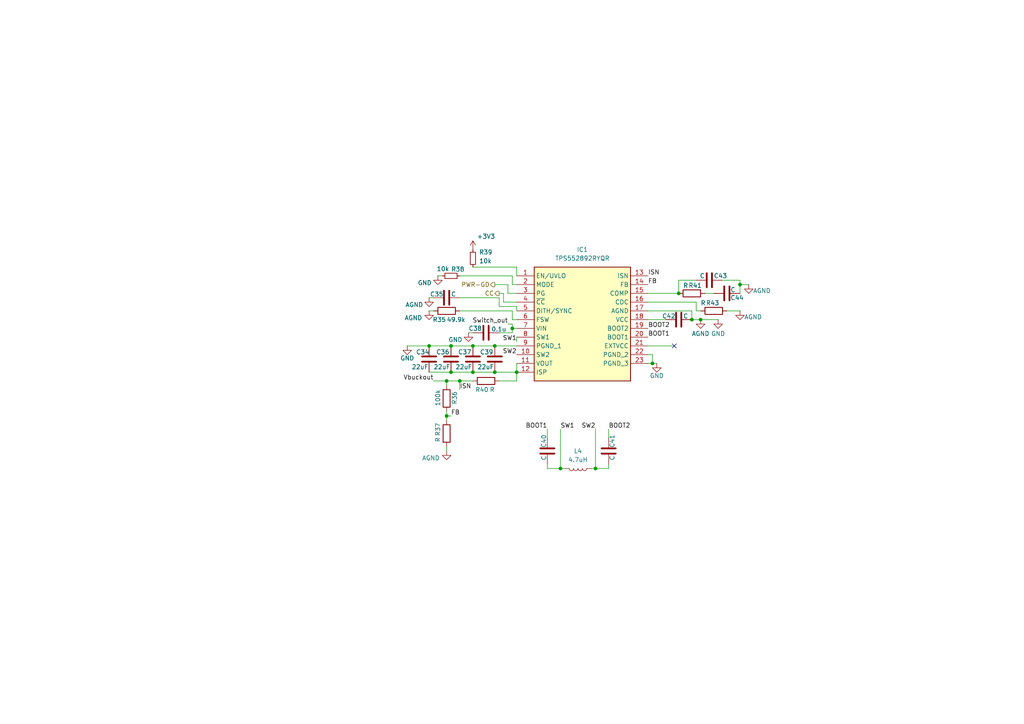
<source format=kicad_sch>
(kicad_sch (version 20231120) (generator "eeschema") (generator_version "8.0")
  (paper "A4")
  (lib_symbols
    (symbol "Device:C" (pin_numbers hide) (pin_names (offset 0.254))
      (property "Reference" "C" (at 0.635 2.54 0))
      (property "Value" "C" (at 0.635 -2.54 0))
      (symbol "C_0_1"
        (polyline (pts (xy -2.032 -0.762) (xy 2.032 -0.762)) (stroke (width 0.508)))
        (polyline (pts (xy -2.032 0.762) (xy 2.032 0.762)) (stroke (width 0.508)))
      )
      (symbol "C_1_1"
        (pin passive line (at 0 3.81 270) (length 2.794) (name "~") (number "1"))
        (pin passive line (at 0 -3.81 90) (length 2.794) (name "~") (number "2"))
      )
    )
    (symbol "Device:L" (pin_numbers hide) (pin_names (offset 1.016) hide)
      (property "Reference" "L" (at -1.27 0 90))
      (property "Value" "L" (at 1.905 0 90))
      (symbol "L_0_1"
        (arc (start 0 -2.54) (mid 0.6323 -1.905) (end 0 -1.27))
        (arc (start 0 -1.27) (mid 0.6323 -0.635) (end 0 0))
        (arc (start 0 0) (mid 0.6323 0.635) (end 0 1.27))
        (arc (start 0 1.27) (mid 0.6323 1.905) (end 0 2.54))
      )
      (symbol "L_1_1"
        (pin passive line (at 0 3.81 270) (length 1.27) (name "1") (number "1"))
        (pin passive line (at 0 -3.81 90) (length 1.27) (name "2") (number "2"))
      )
    )
    (symbol "Device:R" (pin_numbers hide) (pin_names (offset 0))
      (property "Reference" "R" (at 2.032 0 90))
      (property "Value" "R" (at 0 0 90))
      (symbol "R_0_1"
        (rectangle (start -1.016 -2.54) (end 1.016 2.54) (stroke (width 0.254)))
      )
      (symbol "R_1_1"
        (pin passive line (at 0 3.81 270) (length 1.27) (name "~") (number "1"))
        (pin passive line (at 0 -3.81 90) (length 1.27) (name "~") (number "2"))
      )
    )
    (symbol "Device:R_Small" (pin_numbers hide) (pin_names (offset 0.254) hide)
      (property "Reference" "R" (at 0.762 0.508 0))
      (property "Value" "R_Small" (at 0.762 -1.016 0))
      (symbol "R_Small_0_1"
        (rectangle (start -0.762 1.778) (end 0.762 -1.778) (stroke (width 0.2032)))
      )
      (symbol "R_Small_1_1"
        (pin passive line (at 0 2.54 270) (length 0.762) (name "~") (number "1"))
        (pin passive line (at 0 -2.54 90) (length 0.762) (name "~") (number "2"))
      )
    )
    (symbol "GND_1" (power) (pin_numbers hide) (pin_names (offset 0) hide)
      (property "Value" "GND" (at 0 -3.81 0))
      (symbol "GND_1_0_1"
        (polyline (pts (xy 0 0) (xy 0 -1.27) (xy 1.27 -1.27) (xy 0 -2.54) (xy -1.27 -1.27) (xy 0 -1.27)))
      )
      (symbol "GND_1_1_1"
        (pin power_in line (at 0 0 270) (length 0) (name "~") (number "1"))
      )
    )
    (symbol "GND_2" (power) (pin_numbers hide) (pin_names (offset 0) hide)
      (property "Value" "GND" (at 0 -3.81 0))
      (symbol "GND_2_0_1"
        (polyline (pts (xy 0 0) (xy 0 -1.27) (xy 1.27 -1.27) (xy 0 -2.54) (xy -1.27 -1.27) (xy 0 -1.27)))
      )
      (symbol "GND_2_1_1"
        (pin power_in line (at 0 0 270) (length 0) (name "~") (number "1"))
      )
    )
    (symbol "iclr:TPS552892RYQR"
      (property "Reference" "IC" (at 34.29 7.62 0))
      (property "Value" "TPS552892RYQR" (at 34.29 5.08 0))
      (symbol "TPS552892RYQR_1_1"
        (rectangle (start 5.08 2.54) (end 33.02 -30.48) (stroke (width 0.254)) (fill (type background)))
        (pin passive line (at 0 0 0) (length 5.08) (name "EN/UVLO") (number "1"))
        (pin passive line (at 0 -22.86 0) (length 5.08) (name "SW2") (number "10"))
        (pin passive line (at 0 -25.4 0) (length 5.08) (name "VOUT") (number "11"))
        (pin passive line (at 0 -27.94 0) (length 5.08) (name "ISP") (number "12"))
        (pin passive line (at 38.1 0 180) (length 5.08) (name "ISN") (number "13"))
        (pin passive line (at 38.1 -2.54 180) (length 5.08) (name "FB") (number "14"))
        (pin passive line (at 38.1 -5.08 180) (length 5.08) (name "COMP") (number "15"))
        (pin passive line (at 38.1 -7.62 180) (length 5.08) (name "CDC") (number "16"))
        (pin passive line (at 38.1 -10.16 180) (length 5.08) (name "AGND") (number "17"))
        (pin passive line (at 38.1 -12.7 180) (length 5.08) (name "VCC") (number "18"))
        (pin passive line (at 38.1 -15.24 180) (length 5.08) (name "BOOT2") (number "19"))
        (pin passive line (at 0 -2.54 0) (length 5.08) (name "MODE") (number "2"))
        (pin passive line (at 38.1 -17.78 180) (length 5.08) (name "BOOT1") (number "20"))
        (pin passive line (at 38.1 -20.32 180) (length 5.08) (name "EXTVCC") (number "21"))
        (pin passive line (at 38.1 -22.86 180) (length 5.08) (name "PGND_2") (number "22"))
        (pin passive line (at 38.1 -25.4 180) (length 5.08) (name "PGND_3") (number "23"))
        (pin passive line (at 0 -5.08 0) (length 5.08) (name "PG") (number "3"))
        (pin passive line (at 0 -7.62 0) (length 5.08) (name "~{CC}") (number "4"))
        (pin passive line (at 0 -10.16 0) (length 5.08) (name "DITH/SYNC") (number "5"))
        (pin passive line (at 0 -12.7 0) (length 5.08) (name "FSW") (number "6"))
        (pin passive line (at 0 -15.24 0) (length 5.08) (name "VIN") (number "7"))
        (pin passive line (at 0 -17.78 0) (length 5.08) (name "SW1") (number "8"))
        (pin passive line (at 0 -20.32 0) (length 5.08) (name "PGND_1") (number "9"))
      )
    )
    (symbol "power:+3.3V" (power) (pin_names (offset 0))
      (property "Value" "+3.3V" (at 0 3.556 0))
      (symbol "+3.3V_0_1"
        (polyline (pts (xy -0.762 1.27) (xy 0 2.54)))
        (polyline (pts (xy 0 0) (xy 0 2.54)))
        (polyline (pts (xy 0 2.54) (xy 0.762 1.27)))
      )
      (symbol "+3.3V_1_1"
        (pin power_in line (at 0 0 90) (length 0) hide (name "+3V3") (number "1"))
      )
    )
  )
  (junction (at 137.16 107.95))
  (junction (at 189.23 105.41))
  (junction (at 137.16 100.33))
  (junction (at 148.59 95.25))
  (junction (at 129.54 120.65))
  (junction (at 124.46 100.33))
  (junction (at 162.56 135.89))
  (junction (at 143.51 100.33))
  (junction (at 129.54 110.49))
  (junction (at 149.86 107.95))
  (junction (at 143.51 107.95))
  (junction (at 214.63 82.55))
  (junction (at 130.81 107.95))
  (junction (at 196.85 85.09))
  (junction (at 133.35 110.49))
  (junction (at 200.66 92.71))
  (junction (at 203.2 92.71))
  (junction (at 172.72 135.89))
  (junction (at 130.81 100.33))
  (no_connect (at 195.58 100.33))
  (wire (pts (xy 130.81 107.95) (xy 137.16 107.95)))
  (wire (pts (xy 137.16 100.33) (xy 143.51 100.33)))
  (wire (pts (xy 217.17 82.55) (xy 214.63 82.55)))
  (wire (pts (xy 129.54 110.49) (xy 133.35 110.49)))
  (wire (pts (xy 144.78 85.09) (xy 146.05 85.09)))
  (wire (pts (xy 130.81 100.33) (xy 137.16 100.33)))
  (wire (pts (xy 189.23 102.87) (xy 189.23 105.41)))
  (wire (pts (xy 149.86 82.55) (xy 148.59 82.55)))
  (wire (pts (xy 143.51 82.55) (xy 147.32 82.55)))
  (wire (pts (xy 162.56 124.46) (xy 162.56 135.89)))
  (wire (pts (xy 135.89 96.52) (xy 137.16 96.52)))
  (wire (pts (xy 189.23 105.41) (xy 187.96 105.41)))
  (wire (pts (xy 149.86 105.41) (xy 149.86 107.95)))
  (wire (pts (xy 147.32 93.98) (xy 148.59 93.98)))
  (wire (pts (xy 129.54 129.54) (xy 129.54 130.81)))
  (wire (pts (xy 147.32 85.09) (xy 147.32 82.55)))
  (wire (pts (xy 133.35 90.17) (xy 148.59 90.17)))
  (wire (pts (xy 133.35 110.49) (xy 137.16 110.49)))
  (wire (pts (xy 146.05 87.63) (xy 149.86 87.63)))
  (wire (pts (xy 124.46 100.33) (xy 130.81 100.33)))
  (wire (pts (xy 200.66 90.17) (xy 200.66 92.71)))
  (wire (pts (xy 137.16 107.95) (xy 143.51 107.95)))
  (wire (pts (xy 148.59 92.71) (xy 149.86 92.71)))
  (wire (pts (xy 176.53 124.46) (xy 176.53 127)))
  (wire (pts (xy 149.86 77.47) (xy 149.86 80.01)))
  (wire (pts (xy 148.59 80.01) (xy 148.59 82.55)))
  (wire (pts (xy 214.63 81.28) (xy 214.63 82.55)))
  (wire (pts (xy 190.5 105.41) (xy 189.23 105.41)))
  (wire (pts (xy 149.86 99.06) (xy 149.86 97.79)))
  (wire (pts (xy 196.85 81.28) (xy 201.93 81.28)))
  (wire (pts (xy 158.75 124.46) (xy 158.75 127)))
  (wire (pts (xy 125.73 110.49) (xy 129.54 110.49)))
  (wire (pts (xy 196.85 81.28) (xy 196.85 85.09)))
  (wire (pts (xy 187.96 90.17) (xy 200.66 90.17)))
  (wire (pts (xy 124.46 107.95) (xy 130.81 107.95)))
  (wire (pts (xy 162.56 135.89) (xy 163.83 135.89)))
  (wire (pts (xy 129.54 120.65) (xy 129.54 121.92)))
  (wire (pts (xy 176.53 134.62) (xy 176.53 135.89)))
  (wire (pts (xy 149.86 95.25) (xy 148.59 95.25)))
  (wire (pts (xy 149.86 110.49) (xy 149.86 107.95)))
  (wire (pts (xy 133.35 110.49) (xy 133.35 113.03)))
  (wire (pts (xy 209.55 81.28) (xy 214.63 81.28)))
  (wire (pts (xy 124.46 86.36) (xy 125.73 86.36)))
  (wire (pts (xy 172.72 135.89) (xy 176.53 135.89)))
  (wire (pts (xy 127 80.01) (xy 128.27 80.01)))
  (wire (pts (xy 187.96 100.33) (xy 195.58 100.33)))
  (wire (pts (xy 146.05 85.09) (xy 146.05 87.63)))
  (wire (pts (xy 144.78 88.9) (xy 149.86 88.9)))
  (wire (pts (xy 143.51 107.95) (xy 149.86 107.95)))
  (wire (pts (xy 133.35 80.01) (xy 148.59 80.01)))
  (wire (pts (xy 196.85 85.09) (xy 187.96 85.09)))
  (wire (pts (xy 137.16 77.47) (xy 149.86 77.47)))
  (wire (pts (xy 203.2 92.71) (xy 208.28 92.71)))
  (wire (pts (xy 124.46 90.17) (xy 125.73 90.17)))
  (wire (pts (xy 147.32 85.09) (xy 149.86 85.09)))
  (wire (pts (xy 214.63 90.17) (xy 210.82 90.17)))
  (wire (pts (xy 118.11 100.33) (xy 124.46 100.33)))
  (wire (pts (xy 129.54 110.49) (xy 129.54 111.76)))
  (wire (pts (xy 214.63 82.55) (xy 214.63 85.09)))
  (wire (pts (xy 148.59 95.25) (xy 148.59 96.52)))
  (wire (pts (xy 149.86 88.9) (xy 149.86 90.17)))
  (wire (pts (xy 204.47 85.09) (xy 207.01 85.09)))
  (wire (pts (xy 193.04 92.71) (xy 187.96 92.71)))
  (wire (pts (xy 201.93 90.17) (xy 203.2 90.17)))
  (wire (pts (xy 144.78 96.52) (xy 148.59 96.52)))
  (wire (pts (xy 189.23 102.87) (xy 187.96 102.87)))
  (wire (pts (xy 133.35 86.36) (xy 144.78 86.36)))
  (wire (pts (xy 201.93 90.17) (xy 201.93 87.63)))
  (wire (pts (xy 148.59 93.98) (xy 148.59 95.25)))
  (wire (pts (xy 130.81 120.65) (xy 129.54 120.65)))
  (wire (pts (xy 201.93 87.63) (xy 187.96 87.63)))
  (wire (pts (xy 200.66 92.71) (xy 203.2 92.71)))
  (wire (pts (xy 148.59 90.17) (xy 148.59 92.71)))
  (wire (pts (xy 171.45 135.89) (xy 172.72 135.89)))
  (wire (pts (xy 158.75 134.62) (xy 158.75 135.89)))
  (wire (pts (xy 144.78 110.49) (xy 149.86 110.49)))
  (wire (pts (xy 129.54 119.38) (xy 129.54 120.65)))
  (wire (pts (xy 172.72 124.46) (xy 172.72 135.89)))
  (wire (pts (xy 144.78 86.36) (xy 144.78 88.9)))
  (wire (pts (xy 158.75 135.89) (xy 162.56 135.89)))
  (wire (pts (xy 143.51 100.33) (xy 149.86 100.33)))
  (label "BOOT1" (at 187.96 97.79 0))
  (label "SW2" (at 172.72 124.46 180))
  (label "Vbuckout" (at 125.73 110.49 180))
  (label "BOOT2" (at 187.96 95.25 0))
  (label "FB" (at 130.81 120.65 0))
  (label "ISN" (at 187.96 80.01 0))
  (label "SW2" (at 149.86 102.87 180))
  (label "BOOT2" (at 176.53 124.46 0))
  (label "Switch_out" (at 147.32 93.98 180))
  (label "ISN" (at 133.35 113.03 0))
  (label "FB" (at 187.96 82.55 0))
  (label "SW1" (at 162.56 124.46 0))
  (label "BOOT1" (at 158.75 124.46 180))
  (label "SW1" (at 149.86 99.06 180))
  (hierarchical_label "CC" (shape output) (at 144.78 85.09 180))
  (hierarchical_label "PWR-GD" (shape output) (at 143.51 82.55 180))
  (symbol (lib_id "Device:R") (at 129.54 115.57 0) (unit 1)
    (property "Reference" "R36" (at 131.826 117.348 90) (effects (justify left)))
    (property "Value" "100k" (at 127 117.856 90) (effects (justify left)))
    (property "Description" "Resistor" (effects (hide yes)))
  )
  (symbol (lib_name "GND_2") (lib_id "power:GND") (at 208.28 92.71 0) (unit 1)
    (property "Reference" "#PWR087" (effects (hide yes)))
    (property "Value" "GND" (at 208.28 96.774 0))
    (property "Description" "Power symbol creates a global label with name \"GND\" , ground" (effects (hide yes)))
  )
  (symbol (lib_id "Device:L") (at 167.64 135.89 270) (unit 1)
    (property "Reference" "L4" (at 167.64 130.81 90))
    (property "Value" "4.7uH" (at 167.64 133.35 90))
    (property "Description" "Inductor" (effects (hide yes)))
  )
  (symbol (lib_id "Device:C") (at 143.51 104.14 0) (unit 1)
    (property "Reference" "C39" (at 139.192 102.108 0) (effects (justify left)))
    (property "Value" "22uF" (at 138.43 106.426 0) (effects (justify left)))
    (property "Description" "Unpolarized capacitor" (effects (hide yes)))
  )
  (symbol (lib_name "GND_2") (lib_id "power:GND") (at 203.2 92.71 0) (unit 1)
    (property "Reference" "#PWR086" (effects (hide yes)))
    (property "Value" "AGND" (at 203.2 96.774 0))
    (property "Description" "Power symbol creates a global label with name \"GND\" , ground" (effects (hide yes)))
  )
  (symbol (lib_id "Device:R") (at 140.97 110.49 90) (unit 1)
    (property "Reference" "R40" (at 141.732 113.03 90) (effects (justify left)))
    (property "Value" "R" (at 143.51 113.03 90) (effects (justify left)))
    (property "Description" "Resistor" (effects (hide yes)))
  )
  (symbol (lib_name "GND_2") (lib_id "power:GND") (at 124.46 86.36 0) (unit 1)
    (property "Reference" "#PWR078" (effects (hide yes)))
    (property "Value" "AGND" (at 120.142 88.392 0))
    (property "Description" "Power symbol creates a global label with name \"GND\" , ground" (effects (hide yes)))
  )
  (symbol (lib_id "Device:R_Small") (at 130.81 80.01 90) (unit 1)
    (property "Reference" "R38" (at 134.747 78.105 90) (effects (justify left)))
    (property "Value" "10k" (at 130.302 77.978 90) (effects (justify left)))
    (property "Footprint" "Resistor_SMD:R_0402_1005Metric" (effects (hide yes)))
    (property "Description" "Resistor, small symbol" (effects (hide yes)))
  )
  (symbol (lib_name "GND_1") (lib_id "power:GND") (at 135.89 96.52 0) (unit 1)
    (property "Reference" "#PWR083" (effects (hide yes)))
    (property "Value" "GND" (at 132.08 98.552 0))
    (property "Description" "Power symbol creates a global label with name \"GND\" , ground" (effects (hide yes)))
  )
  (symbol (lib_id "Device:R_Small") (at 137.16 74.93 0) (unit 1)
    (property "Reference" "R39" (at 138.938 73.152 0) (effects (justify left)))
    (property "Value" "10k" (at 138.938 75.692 0) (effects (justify left)))
    (property "Footprint" "Resistor_SMD:R_0402_1005Metric" (effects (hide yes)))
    (property "Description" "Resistor, small symbol" (effects (hide yes)))
  )
  (symbol (lib_name "GND_2") (lib_id "power:GND") (at 129.54 130.81 0) (unit 1)
    (property "Reference" "#PWR082" (effects (hide yes)))
    (property "Value" "AGND" (at 124.968 132.842 0))
    (property "Description" "Power symbol creates a global label with name \"GND\" , ground" (effects (hide yes)))
  )
  (symbol (lib_id "Device:C") (at 176.53 130.81 180) (unit 1)
    (property "Reference" "C41" (at 177.546 125.984 90) (effects (justify left)))
    (property "Value" "C" (at 177.546 132.08 90) (effects (justify left)))
    (property "Description" "Unpolarized capacitor" (effects (hide yes)))
  )
  (symbol (lib_name "GND_2") (lib_id "power:GND") (at 124.46 90.17 0) (unit 1)
    (property "Reference" "#PWR079" (effects (hide yes)))
    (property "Value" "AGND" (at 119.888 92.202 0))
    (property "Description" "Power symbol creates a global label with name \"GND\" , ground" (effects (hide yes)))
  )
  (symbol (lib_id "Device:C") (at 129.54 86.36 270) (unit 1)
    (property "Reference" "C35" (at 124.714 85.344 90) (effects (justify left)))
    (property "Value" "C" (at 130.81 85.344 90) (effects (justify left)))
    (property "Description" "Unpolarized capacitor" (effects (hide yes)))
  )
  (symbol (lib_id "power:+3.3V") (at 137.16 72.39 0) (unit 1)
    (property "Reference" "#PWR084" (effects (hide yes)))
    (property "Value" "+3V3" (at 140.97 68.58 0))
  )
  (symbol (lib_id "iclr:TPS552892RYQR") (at 149.86 80.01 0) (unit 1)
    (property "Reference" "IC1" (at 168.91 72.39 0))
    (property "Value" "TPS552892RYQR" (at 168.91 74.93 0))
    (property "Footprint" "TPS552892RYQR" (effects (hide yes)))
    (property "Datasheet" "https://www.ti.com/lit/ds/symlink/tps552892.pdf?ts=1698770017628&ref_url=https%253A%252F%252Fwww.ti.com%252Fsitesearch%252Fen-us%252Fdocs%252Funiversalsearch.tsp%253FlangPref%253Den-US%2526searchTerm%253DTPS552892RYQR%2526nr%253D8" (effects (hide yes)))
    (property "Description" "Switching Voltage Regulators 36-V 8-A fully-integrated buck-boost converter 21-VQFN-HR -40 to 125" (effects (hide yes)))
    (property "Height" "1" (effects (hide yes)))
    (property "Mouser Part Number" "595-TPS552892RYQR" (effects (hide yes)))
    (property "Mouser Price/Stock" "https://www.mouser.co.uk/ProductDetail/Texas-Instruments/TPS552892RYQR?qs=ulEaXIWI0c%252B6pAm7sJRUGQ%3D%3D" (effects (hide yes)))
    (property "Manufacturer_Name" "Texas Instruments" (effects (hide yes)))
    (property "Manufacturer_Part_Number" "TPS552892RYQR" (effects (hide yes)))
  )
  (symbol (lib_id "Device:R") (at 129.54 125.73 0) (unit 1)
    (property "Reference" "R37" (at 127 126.492 90) (effects (justify left)))
    (property "Value" "R" (at 127 128.27 90) (effects (justify left)))
    (property "Description" "Resistor" (effects (hide yes)))
  )
  (symbol (lib_id "Device:C") (at 124.46 104.14 0) (unit 1)
    (property "Reference" "C34" (at 120.65 102.108 0) (effects (justify left)))
    (property "Value" "22uF" (at 119.38 106.426 0) (effects (justify left)))
    (property "Description" "Unpolarized capacitor" (effects (hide yes)))
  )
  (symbol (lib_id "Device:R") (at 200.66 85.09 270) (unit 1)
    (property "Reference" "R41" (at 199.644 82.804 90) (effects (justify left)))
    (property "Value" "R" (at 198.12 82.804 90) (effects (justify left)))
    (property "Description" "Resistor" (effects (hide yes)))
  )
  (symbol (lib_name "GND_2") (lib_id "power:GND") (at 214.63 90.17 0) (unit 1)
    (property "Reference" "#PWR088" (effects (hide yes)))
    (property "Value" "AGND" (at 218.44 91.948 0))
    (property "Description" "Power symbol creates a global label with name \"GND\" , ground" (effects (hide yes)))
  )
  (symbol (lib_id "Device:C") (at 130.81 104.14 0) (unit 1)
    (property "Reference" "C36" (at 126.492 102.108 0) (effects (justify left)))
    (property "Value" "22uF" (at 125.73 106.426 0) (effects (justify left)))
    (property "Description" "Unpolarized capacitor" (effects (hide yes)))
  )
  (symbol (lib_id "Device:C") (at 137.16 104.14 0) (unit 1)
    (property "Reference" "C37" (at 132.842 102.108 0) (effects (justify left)))
    (property "Value" "22uF" (at 132.08 106.426 0) (effects (justify left)))
    (property "Description" "Unpolarized capacitor" (effects (hide yes)))
  )
  (symbol (lib_id "Device:C") (at 140.97 96.52 270) (unit 1)
    (property "Reference" "C38" (at 135.89 95.25 90) (effects (justify left)))
    (property "Value" "0.1u" (at 142.494 95.504 90) (effects (justify left)))
    (property "Description" "Unpolarized capacitor" (effects (hide yes)))
  )
  (symbol (lib_name "GND_1") (lib_id "power:GND") (at 127 80.01 0) (unit 1)
    (property "Reference" "#PWR081" (effects (hide yes)))
    (property "Value" "GND" (at 123.19 82.042 0))
    (property "Description" "Power symbol creates a global label with name \"GND\" , ground" (effects (hide yes)))
  )
  (symbol (lib_id "Device:R") (at 207.01 90.17 270) (unit 1)
    (property "Reference" "R43" (at 204.724 87.884 90) (effects (justify left)))
    (property "Value" "R" (at 203.2 87.884 90) (effects (justify left)))
    (property "Description" "Resistor" (effects (hide yes)))
  )
  (symbol (lib_name "GND_1") (lib_id "power:GND") (at 118.11 100.33 0) (unit 1)
    (property "Reference" "#PWR077" (effects (hide yes)))
    (property "Value" "GND" (at 118.11 103.886 0))
    (property "Description" "Power symbol creates a global label with name \"GND\" , ground" (effects (hide yes)))
  )
  (symbol (lib_name "GND_2") (lib_id "power:GND") (at 217.17 82.55 0) (unit 1)
    (property "Reference" "#PWR089" (effects (hide yes)))
    (property "Value" "AGND" (at 220.98 84.328 0))
    (property "Description" "Power symbol creates a global label with name \"GND\" , ground" (effects (hide yes)))
  )
  (symbol (lib_name "GND_1") (lib_id "power:GND") (at 190.5 105.41 0) (unit 1)
    (property "Reference" "#PWR085" (effects (hide yes)))
    (property "Value" "GND" (at 190.5 108.966 0))
    (property "Description" "Power symbol creates a global label with name \"GND\" , ground" (effects (hide yes)))
  )
  (symbol (lib_id "Device:C") (at 158.75 130.81 0) (mirror x) (unit 1)
    (property "Reference" "C40" (at 157.734 125.984 90) (effects (justify left)))
    (property "Value" "C" (at 157.734 132.08 90) (effects (justify left)))
    (property "Description" "Unpolarized capacitor" (effects (hide yes)))
  )
  (symbol (lib_id "Device:C") (at 210.82 85.09 270) (unit 1)
    (property "Reference" "C44" (at 211.836 86.36 90) (effects (justify left)))
    (property "Value" "C" (at 211.836 84.074 90) (effects (justify left)))
    (property "Description" "Unpolarized capacitor" (effects (hide yes)))
  )
  (symbol (lib_id "Device:C") (at 196.85 92.71 270) (unit 1)
    (property "Reference" "C42" (at 192.024 91.694 90) (effects (justify left)))
    (property "Value" "C" (at 198.12 91.694 90) (effects (justify left)))
    (property "Description" "Unpolarized capacitor" (effects (hide yes)))
  )
  (symbol (lib_id "Device:C") (at 205.74 81.28 270) (unit 1)
    (property "Reference" "C43" (at 207.01 80.01 90) (effects (justify left)))
    (property "Value" "C" (at 202.946 80.01 90) (effects (justify left)))
    (property "Description" "Unpolarized capacitor" (effects (hide yes)))
  )
  (symbol (lib_id "Device:R") (at 129.54 90.17 270) (unit 1)
    (property "Reference" "R35" (at 125.476 92.71 90) (effects (justify left)))
    (property "Value" "49.9k" (at 129.54 92.71 90) (effects (justify left)))
    (property "Description" "Resistor" (effects (hide yes)))
  )
)
</source>
